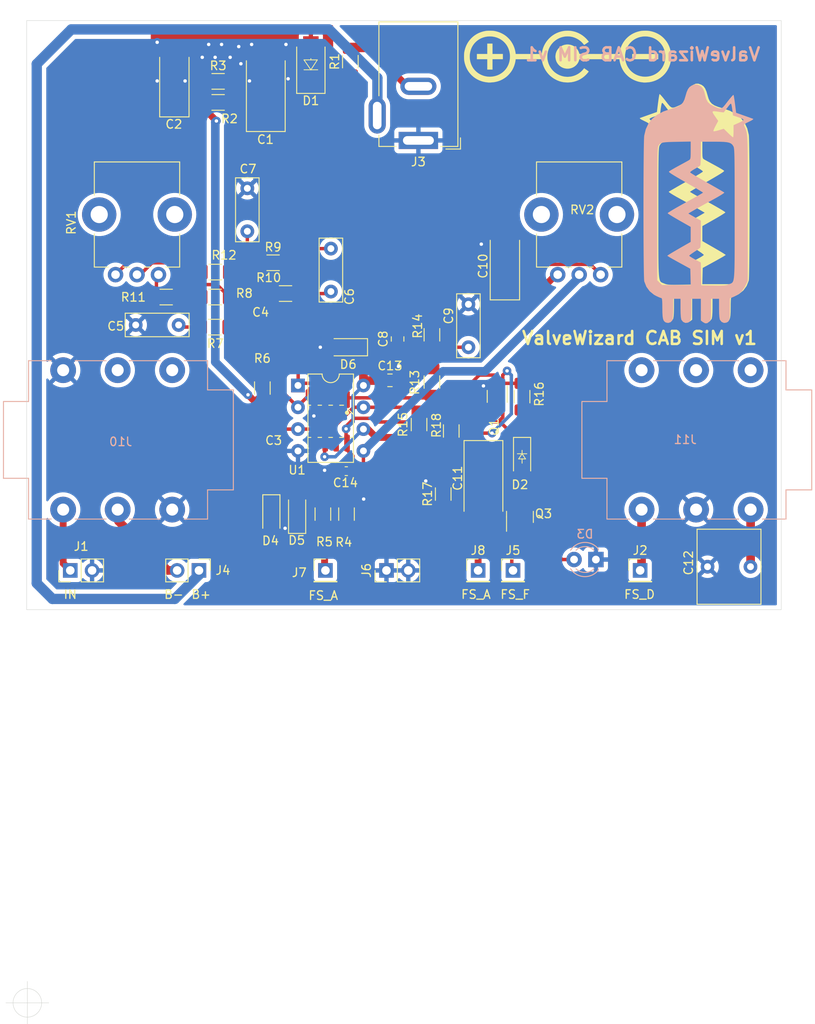
<source format=kicad_pcb>
(kicad_pcb (version 20211014) (generator pcbnew)
  (layers (0 "F.Cu" signal) (31 "B.Cu" signal) (34 "B.Paste" user) (35 "F.Paste" user) (36 "B.SilkS" user "B.Silkscreen") (37 "F.SilkS" user "F.Silkscreen") (38 "B.Mask" user) (39 "F.Mask" user) (44 "Edge.Cuts" user))
  (net 0 "")
  (net 1 "9V")
  (net 2 "4.5V")
  (net 3 "Net-(C3-Pad2)")
  (net 4 "Net-(C3-Pad1)")
  (net 5 "Net-(C4-Pad2)")
  (net 6 "Net-(C4-Pad1)")
  (net 7 "Net-(C5-Pad1)")
  (net 8 "Net-(C6-Pad2)")
  (net 9 "Net-(C7-Pad1)")
  (net 10 "Net-(C8-Pad2)")
  (net 11 "Net-(C9-Pad1)")
  (net 12 "Net-(C10-Pad1)")
  (net 13 "Net-(C11-Pad1)")
  (net 14 "Net-(D3-Pad2)")
  (net 15 "Net-(Q3-Pad3)")
  (net 16 "Net-(C12-Pad1)")
  (net 17 "GND")
  (net 18 "VIN")
  (net 19 "FS_E")
  (net 20 "FS_F")
  (net 21 "IN_T")
  (net 22 "BAT-")
  (net 23 "BAT+")
  (net 24 "Net-(Q1-Pad1)")
  (net 25 "Net-(Q1-Pad2)")
  (net 26 "Net-(R11-Pad1)")
  (net 27 "Net-(R12-Pad2)")
  (net 28 "Net-(RV2-Pad2)")
  (net 29 "FS_CD")
  (net 35 "FS_A")
  (footprint "Resistor_SMD:R_1206_3216Metric_Pad1.30x1.75mm_HandSolder" (layer "F.Cu") (at 80.414 87.092 90)
    (fp_text reference "R17")
    (fp_text value "10K")
  )
  (footprint "Resistor_SMD:R_1206_3216Metric_Pad1.30x1.75mm_HandSolder" (layer "F.Cu") (at 69.15 89.425 90)
    (fp_text reference "R4")
    (fp_text value "1M")
  )
  (footprint "Resistor_SMD:R_1206_3216Metric_Pad1.30x1.75mm_HandSolder" (layer "F.Cu") (at 62.05 63.75 180)
    (fp_text reference "R10")
    (fp_text value "10K")
  )
  (footprint "Capacitor_THT:C_Rect_L7.2mm_W2.5mm_P5.00mm_FKS2_FKP2_MKS2_MKP2" (layer "F.Cu") (at 67.333 58.517 -90)
    (fp_text reference "C6")
    (fp_text value "22n")
  )
  (footprint "Capacitor_SMD:C_0603_1608Metric" (layer "F.Cu") (at 69.125 84.425 180)
    (fp_text reference "C14")
    (fp_text value "100n")
  )
  (footprint "MyLibraries:ValveWizard" (layer "F.Cu") (at 110.005 53.31 90)
    (fp_text reference "REF**" hide)
    (fp_text value "ValveWizard" hide)
  )
  (footprint "Package_TO_SOT_SMD:SOT-363_SC-70-6_Handsoldering" (layer "F.Cu") (at 86.7 75.72 -90)
    (fp_text reference "Q1")
    (fp_text value "MMDT3946")
  )
  (footprint "Capacitor_Tantalum_SMD:CP_EIA-7343-43_Kemet-X_Pad2.25x2.55mm_HandSolder" (layer "F.Cu") (at 85.1 85.45 -90)
    (fp_text reference "C11")
    (fp_text value "470u")
  )
  (footprint "Resistor_SMD:R_1206_3216Metric_Pad1.30x1.75mm_HandSolder" (layer "F.Cu") (at 54.2 41.5 180)
    (fp_text reference "R2")
    (fp_text value "100K")
  )
  (footprint "Resistor_SMD:R_1206_3216Metric_Pad1.30x1.75mm_HandSolder" (layer "F.Cu") (at 69.6 36.75 90)
    (fp_text reference "R1")
    (fp_text value "10R")
  )
  (footprint "Connector_PinHeader_2.54mm:PinHeader_1x01_P2.54mm_Vertical" (layer "F.Cu") (at 66.698 95.982)
    (fp_text reference "J7")
    (fp_text value "FS")
  )
  (footprint "Diode_SMD:D_SOD-123" (layer "F.Cu") (at 63.4 89.425 90)
    (fp_text reference "D5")
    (fp_text value "1n4148")
  )
  (footprint "Capacitor_THT:C_Rect_L7.2mm_W2.5mm_P5.00mm_FKS2_FKP2_MKS2_MKP2" (layer "F.Cu") (at 83.35 70 90)
    (fp_text reference "C9")
    (fp_text value "330n")
  )
  (footprint "Resistor_SMD:R_1206_3216Metric_Pad1.30x1.75mm_HandSolder" (layer "F.Cu") (at 66.4 89.425 -90)
    (fp_text reference "R5")
    (fp_text value "1K")
  )
  (footprint "Resistor_SMD:R_1206_3216Metric_Pad1.30x1.75mm_HandSolder" (layer "F.Cu") (at 53.871 61.25 180)
    (fp_text reference "R12")
    (fp_text value "47K")
  )
  (footprint "Connector_PinHeader_2.54mm:PinHeader_1x01_P2.54mm_Vertical" (layer "F.Cu") (at 84.478 95.982)
    (fp_text reference "J8")
    (fp_text value "FS_E")
  )
  (footprint "Resistor_SMD:R_1206_3216Metric_Pad1.30x1.75mm_HandSolder" (layer "F.Cu") (at 79.1 68.55 -90)
    (fp_text reference "R14")
    (fp_text value "33K")
  )
  (footprint "Capacitor_Tantalum_SMD:CP_EIA-6032-28_Kemet-C_Pad2.25x2.35mm_HandSolder" (layer "F.Cu") (at 49.1 39.25 90)
    (fp_text reference "C2")
    (fp_text value "47u")
  )
  (footprint "Potentiometer_THT:Potentiometer_Bourns_PTV09A-1_Single_Vertical" (layer "F.Cu") (at 98.75 61.55 90)
    (fp_text reference "RV2")
    (fp_text value "100KA")
  )
  (footprint "Resistor_SMD:R_1206_3216Metric_Pad1.30x1.75mm_HandSolder" (layer "F.Cu") (at 59.35 74.75 -90)
    (fp_text reference "R6")
    (fp_text value "1M")
  )
  (footprint "Diode_SMD:D_SOD-123" (layer "F.Cu") (at 89.6 82.75 -90)
    (fp_text reference "D2")
    (fp_text value "1n4148")
  )
  (footprint "Capacitor_SMD:C_0805_2012Metric_Pad1.18x1.45mm_HandSolder" (layer "F.Cu") (at 75.1 69.0375 90)
    (fp_text reference "C8")
    (fp_text value "220p")
  )
  (footprint "Resistor_SMD:R_1206_3216Metric_Pad1.30x1.75mm_HandSolder" (layer "F.Cu") (at 53.8 67.6575)
    (fp_text reference "R7")
    (fp_text value "10K")
  )
  (footprint "Resistor_SMD:R_1206_3216Metric_Pad1.30x1.75mm_HandSolder" (layer "F.Cu") (at 81.35 79.75 -90)
    (fp_text reference "R18")
    (fp_text value "4K7")
  )
  (footprint "Resistor_SMD:R_1206_3216Metric_Pad1.30x1.75mm_HandSolder" (layer "F.Cu") (at 54.2 39.05)
    (fp_text reference "R3")
    (fp_text value "100K")
  )
  (footprint "Diode_SMD:D_SOD-123" (layer "F.Cu") (at 69.35 70 180)
    (fp_text reference "D6")
    (fp_text value "BZT52Bxx")
  )
  (footprint "Package_TO_SOT_SMD:SOT-23" (layer "F.Cu") (at 89.35 89.75 90)
    (fp_text reference "Q3")
    (fp_text value "MMBF170")
  )
  (footprint "Capacitor_SMD:C_0201_0603Metric_Pad0.64x0.40mm_HandSolder" (layer "F.Cu") (at 57.85 65.75 90)
    (fp_text reference "C4")
    (fp_text value "1n")
  )
  (footprint "MyLibraries:SOIC_DIP-8" (layer "F.Cu") (at 63.5 74.45)
    (fp_text reference "U1")
    (fp_text value "TL072")
  )
  (footprint "Connector_PinHeader_2.54mm:PinHeader_1x01_P2.54mm_Vertical" (layer "F.Cu") (at 88.542 95.982)
    (fp_text reference "J5")
    (fp_text value "FS_F")
  )
  (footprint "Connector_PinHeader_2.54mm:PinHeader_1x02_P2.54mm_Vertical" (layer "F.Cu") (at 73.805 95.982 90)
    (fp_text reference "J6")
    (fp_text value "GND")
  )
  (footprint "Symbol:Polarity_Center_Negative_6mm_SilkScreen" (layer "F.Cu") (at 94.892 36.165)
    (fp_text reference "REF**" hide)
    (fp_text value "Polarity_Center_Negative_6mm_SilkScreen" hide)
  )
  (footprint "Resistor_SMD:R_1206_3216Metric_Pad1.30x1.75mm_HandSolder" (layer "F.Cu") (at 60.602 60.168)
    (fp_text reference "R9")
    (fp_text value "180K")
  )
  (footprint "Connector_PinHeader_2.54mm:PinHeader_1x01_P2.54mm_Vertical" (layer "F.Cu") (at 103.35 95.982)
    (fp_text reference "J2")
    (fp_text value "FS")
  )
  (footprint "Capacitor_Tantalum_SMD:CP_EIA-7343-43_Kemet-X_Pad2.25x2.55mm_HandSolder" (layer "F.Cu") (at 59.75 40.3 90)
    (fp_text reference "C1")
    (fp_text value "470u")
  )
  (footprint "Connector_PinHeader_2.54mm:PinHeader_1x02_P2.54mm_Vertical" (layer "F.Cu") (at 36.98 95.982 90)
    (fp_text reference "J1")
    (fp_text value "IN")
  )
  (footprint "Capacitor_THT:C_Rect_L7.2mm_W8.5mm_P5.00mm_FKP2_FKP2_MKS2_MKP2" (layer "F.Cu") (at 116.2 95.55 180)
    (fp_text reference "C12")
    (fp_text value "1u")
  )
  (footprint "Resistor_SMD:R_1206_3216Metric_Pad1.30x1.75mm_HandSolder" (layer "F.Cu") (at 53.85 64.1575 180)
    (fp_text reference "R8")
    (fp_text value "22K")
  )
  (footprint "Capacitor_Tantalum_SMD:CP_EIA-6032-28_Kemet-C_Pad2.25x2.35mm_HandSolder" (layer "F.Cu") (at 87.6 60.55 90)
    (fp_text reference "C10")
    (fp_text value "47u")
  )
  (footprint "Resistor_SMD:R_1206_3216Metric_Pad1.30x1.75mm_HandSolder" (layer "F.Cu") (at 48.15 64.1575)
    (fp_text reference "R11")
    (fp_text value "1K")
  )
  (footprint "Resistor_SMD:R_1206_3216Metric_Pad1.30x1.75mm_HandSolder" (layer "F.Cu") (at 89.6 75.75 90)
    (fp_text reference "R16")
    (fp_text value "10R")
  )
  (footprint "Capacitor_SMD:C_0201_0603Metric_Pad0.64x0.40mm_HandSolder" (layer "F.Cu") (at 60.6675 79.5)
    (fp_text reference "C3")
    (fp_text value "2n2")
  )
  (footprint "Resistor_SMD:R_1206_3216Metric_Pad1.30x1.75mm_HandSolder" (layer "F.Cu") (at 79.1 74.05 -90)
    (fp_text reference "R13")
    (fp_text value "330R")
  )
  (footprint "Capacitor_SMD:C_0805_2012Metric_Pad1.18x1.45mm_HandSolder" (layer "F.Cu") (at 74.2125 73.85)
    (fp_text reference "C13")
    (fp_text value "100n")
  )
  (footprint "Resistor_SMD:R_1206_3216Metric_Pad1.30x1.75mm_HandSolder" (layer "F.Cu") (at 77.6 79 90)
    (fp_text reference "R15")
    (fp_text value "220R")
  )
  (footprint "Capacitor_THT:C_Rect_L7.2mm_W2.5mm_P5.00mm_FKS2_FKP2_MKS2_MKP2" (layer "F.Cu") (at 57.6 56.5 90)
    (fp_text reference "C7")
    (fp_text value "470n")
  )
  (footprint "Connector_BarrelJack:BarrelJack_GCT_DCJ200-10-A_Horizontal" (layer "F.Cu") (at 77.525 45.925 180)
    (fp_text reference "J3")
    (fp_text value "Power")
  )
  (footprint "Connector_PinHeader_2.54mm:PinHeader_1x02_P2.54mm_Vertical" (layer "F.Cu") (at 51.966 95.982 -90)
    (fp_text reference "J4")
    (fp_text value "Battery")
  )
  (footprint "Diode_SMD:D_SOD-123" (layer "F.Cu") (at 60.4 89.425 -90)
    (fp_text reference "D4")
    (fp_text value "1n4148")
  )
  (footprint "Capacitor_THT:C_Rect_L7.2mm_W2.5mm_P5.00mm_FKS2_FKP2_MKS2_MKP2" (layer "F.Cu") (at 49.6 67.4075 180)
    (fp_text reference "C5")
    (fp_text value "22n")
  )
  (footprint "Diode_SMD:D_SMA" (layer "F.Cu") (at 65 37.05 90)
    (fp_text reference "D1")
    (fp_text value "1n4001")
  )
  (footprint "Potentiometer_THT:Potentiometer_Bourns_PTV09A-1_Single_Vertical" (layer "F.Cu") (at 47.25 61.55 90)
    (fp_text reference "RV1")
    (fp_text value "100KB")
  )
  (footprint "MyLibraries:ValveWizard" (layer "B.Cu") (at 109.826068 53.403573 90)
    (fp_text reference "REF**" hide)
    (fp_text value "ValveWizard" hide)
  )
  (footprint "LED_THT:LED_D3.0mm_FlatTop" (layer "B.Cu") (at 98.194 94.712 180)
    (fp_text reference "D3")
    (fp_text value "LED")
  )
  (footprint "Connector_Audio:Jack_6.35mm_Neutrik_NMJ6HCD2_Horizontal" (layer "B.Cu") (at 36.15 88.9)
    (fp_text reference "J10")
    (fp_text value "IN")
  )
  (footprint "Connector_Audio:Jack_6.35mm_Neutrik_NMJ6HCD2_Horizontal" (layer "B.Cu") (at 103.515 88.9)
    (fp_text reference "J11")
    (fp_text value "IN")
  )
  (gr_rect (start 31.9 31.974) (end 119.784 100.554) (layer "Edge.Cuts") (width 0.05) (fill none))
  (gr_text "ValveWizard CAB SIM v1" (at 103.655 35.911) (layer "B.SilkS") (effects (font (size 1.5 1.5) (thickness 0.3)) (justify mirror)))
  (gr_text "IN\n" (at 36.98 98.776) (layer "F.SilkS") (effects (font (size 1 1))))
  (gr_text "FS_D\n" (at 103.274 98.776) (layer "F.SilkS") (effects (font (size 1 1))))
  (gr_text "FS_F" (at 88.796 98.776) (layer "F.SilkS") (effects (font (size 1 1))))
  (gr_text "ValveWizard CAB SIM v1" (at 103.274 68.931) (layer "F.SilkS") (effects (font (size 1.5 1.5) (thickness 0.3))))
  (gr_text "FS_A" (at 84.224 98.776) (layer "F.SilkS") (effects (font (size 1 1))))
  (gr_text "B-" (at 49.045 98.776) (layer "F.SilkS") (effects (font (size 1 1))))
  (gr_text "B+" (at 52.22 98.776) (layer "F.SilkS") (effects (font (size 1 1))))
  (gr_text "FS_A" (at 66.444 98.903) (layer "F.SilkS") (effects (font (size 1 1))))
  (target plus (at 31.98 146.32) (size 5) (width 0.05) (layer "Edge.Cuts"))
  (segment (start 64.8 39.3) (end 65.1 39) (width 1) (layer "F.Cu") (net 1))
  (segment (start 71.12 74.45) (end 71.12 49.82) (width 1) (layer "F.Cu") (net 1))
  (segment (start 64.8 43.5) (end 64.8 39.3) (width 1) (layer "F.Cu") (net 1))
  (segment (start 69.1 81.85) (end 69.1 79.5) (width 0.4) (layer "F.Cu") (net 1))
  (segment (start 69.9 84.45) (end 69.9 82.65) (width 0.4) (layer "F.Cu") (net 1))
  (segment (start 72.05 78.275) (end 72.474022 78.699022) (width 0.4) (layer "F.Cu") (net 1))
  (segment (start 71.12 74.288) (end 71.524 73.884) (width 1) (layer "F.Cu") (net 1))
  (segment (start 72.474022 78.699022) (end 81.150978 78.699022) (width 0.4) (layer "F.Cu") (net 1))
  (segment (start 81.35 78.5) (end 81.150978 78.699022) (width 0.4) (layer "F.Cu") (net 1))
  (segment (start 86.924511 78.574511) (end 87.35 78.149022) (width 0.4) (layer "F.Cu") (net 1))
  (segment (start 81.35 78.2) (end 81.35 78.5) (width 0.4) (layer "F.Cu") (net 1))
  (segment (start 71.12 49.82) (end 64.8 43.5) (width 1) (layer "F.Cu") (net 1))
  (segment (start 70.025 78.275) (end 72.05 78.275) (width 0.4) (layer "F.Cu") (net 1))
  (segment (start 57.35 43.55) (end 59.85 43.55) (width 0.8) (layer "F.Cu") (net 1))
  (segment (start 71.524 73.884) (end 73.175 73.884) (width 1) (layer "F.Cu") (net 1))
  (segment (start 89.6 81.1) (end 89.45 81.1) (width 0.4) (layer "F.Cu") (net 1))
  (segment (start 69.1 79.2) (end 70.025 78.275) (width 0.4) (layer "F.Cu") (net 1))
  (segment (start 81.150978 78.699022) (end 86.8 78.699022) (width 0.4) (layer "F.Cu") (net 1))
  (segment (start 65 39.05) (end 68.8 39.05) (width 0.8) (layer "F.Cu") (net 1))
  (segment (start 87.35 78.149022) (end 87.35 77.25) (width 0.4) (layer "F.Cu") (net 1))
  (segment (start 69.1 79.5) (end 69.1 79.2) (width 0.4) (layer "F.Cu") (net 1))
  (segment (start 89.45 81.1) (end 86.924511 78.574511) (width 0.4) (layer "F.Cu") (net 1))
  (segment (start 71.12 74.45) (end 71.12 74.288) (width 1) (layer "F.Cu") (net 1))
  (segment (start 68.8 39.05) (end 69.6 38.25) (width 0.8) (layer "F.Cu") (net 1))
  (segment (start 55.75 41.5) (end 55.75 41.95) (width 0.8) (layer "F.Cu") (net 1))
  (segment (start 86.8 78.699022) (end 86.924511 78.574511) (width 0.4) (layer "F.Cu") (net 1))
  (segment (start 59.75 43.5) (end 64.8 43.5) (width 1) (layer "F.Cu") (net 1))
  (segment (start 69.9 82.65) (end 69.1 81.85) (width 0.4) (layer "F.Cu") (net 1))
  (segment (start 55.75 41.95) (end 57.35 43.55) (width 0.8) (layer "F.Cu") (net 1))
  (via (at 69.1 79.5) (size 1) (drill 0.4) (layers "F.Cu" "B.Cu") (net 1))
  (segment (start 69.920489 75.649511) (end 69.920489 78.679511) (width 0.4) (layer "B.Cu") (net 1))
  (segment (start 71.12 74.45) (end 69.920489 75.649511) (width 0.4) (layer "B.Cu") (net 1))
  (segment (start 69.920489 78.679511) (end 69.1 79.5) (width 0.4) (layer "B.Cu") (net 1))
  (segment (start 52.65 41.5) (end 49.4 41.5) (width 0.8) (layer "F.Cu") (net 2))
  (segment (start 52.65 41.5) (end 52.65 42.31) (width 0.8) (layer "F.Cu") (net 2))
  (segment (start 58.57 76.424) (end 57.681 75.535) (width 0.8) (layer "F.Cu") (net 2))
  (segment (start 52.65 39.1) (end 52.6 39.05) (width 0.8) (layer "F.Cu") (net 2))
  (segment (start 52.65 42.31) (end 53.998 43.658) (width 0.8) (layer "F.Cu") (net 2))
  (segment (start 59.205 76.424) (end 58.57 76.424) (width 0.8) (layer "F.Cu") (net 2))
  (segment (start 49.4 41.5) (end 48.85 42.05) (width 0.8) (layer "F.Cu") (net 2))
  (segment (start 52.65 41.5) (end 52.65 39.1) (width 0.8) (layer "F.Cu") (net 2))
  (via (at 57.681 75.535) (size 1) (drill 0.4) (layers "F.Cu" "B.Cu") (net 2))
  (via (at 53.998 43.658) (size 1) (drill 0.4) (layers "F.Cu" "B.Cu") (net 2))
  (segment (start 53.871 71.725) (end 53.871 43.785) (width 1) (layer "B.Cu") (net 2))
  (segment (start 53.871 43.785) (end 53.998 43.658) (width 1) (layer "B.Cu") (net 2))
  (segment (start 57.681 75.535) (end 53.871 71.725) (width 1) (layer "B.Cu") (net 2))
  (segment (start 61.13 79.53) (end 61.1 79.5) (width 0.4) (layer "F.Cu") (net 3))
  (segment (start 66.6 78.022088) (end 66.6 76) (width 0.4) (layer "F.Cu") (net 3))
  (segment (start 63.5 79.53) (end 61.13 79.53) (width 0.4) (layer "F.Cu") (net 3))
  (segment (start 65.092088 79.53) (end 66.6 78.022088) (width 0.4) (layer "F.Cu") (net 3))
  (segment (start 61.1 74.95) (end 61.1 79.5) (width 0.4) (layer "F.Cu") (net 3))
  (segment (start 63.5 79.53) (end 65.092088 79.53) (width 0.4) (layer "F.Cu") (net 3))
  (segment (start 59.35 73.2) (end 61.1 74.95) (width 0.4) (layer "F.Cu") (net 3))
  (segment (start 60.6 87.875) (end 60.4 87.675) (width 0.4) (layer "F.Cu") (net 4))
  (segment (start 60.4 87.8) (end 60.1 87.5) (width 0.4) (layer "F.Cu") (net 4))
  (segment (start 66.4 87.875) (end 60.6 87.875) (width 0.4) (layer "F.Cu") (net 4))
  (segment (start 60.1 79.75) (end 60.35 79.5) (width 0.4) (layer "F.Cu") (net 4))
  (segment (start 60.1 87.5) (end 60.1 79.75) (width 0.4) (layer "F.Cu") (net 4))
  (segment (start 63.803 58.517) (end 67.333 58.517) (width 0.4) (layer "F.Cu") (net 5))
  (segment (start 62.152 60.067) (end 62.126 60.041) (width 0.4) (layer "F.Cu") (net 5))
  (segment (start 56.7175 64.1575) (end 57.808 65.248) (width 0.4) (layer "F.Cu") (net 5))
  (segment (start 46.505 60.168) (end 48.768 60.168) (width 0.4) (layer "F.Cu") (net 5))
  (segment (start 61.1425 65.3425) (end 62.126 64.359) (width 0.4) (layer "F.Cu") (net 5))
  (segment (start 48.768 60.168) (end 51.308 62.708) (width 0.4) (layer "F.Cu") (net 5))
  (segment (start 54.058 62.708) (end 55.6 64.25) (width 0.4) (layer "F.Cu") (net 5))
  (segment (start 57.85 65.3425) (end 61.1425 65.3425) (width 0.4) (layer "F.Cu") (net 5))
  (segment (start 44.75 61.55) (end 45.123 61.55) (width 0.4) (layer "F.Cu") (net 5))
  (segment (start 45.123 61.55) (end 46.505 60.168) (width 0.4) (layer "F.Cu") (net 5))
  (segment (start 62.152 60.168) (end 63.803 58.517) (width 0.4) (layer "F.Cu") (net 5))
  (segment (start 62.126 64.359) (end 62.126 60.041) (width 0.4) (layer "F.Cu") (net 5))
  (segment (start 51.308 62.708) (end 54.058 62.708) (width 0.4) (layer "F.Cu") (net 5))
  (segment (start 62.152 60.168) (end 62.152 60.067) (width 0.4) (layer "F.Cu") (net 5))
  (segment (start 55.4 64.1575) (end 56.7175 64.1575) (width 0.4) (layer "F.Cu") (net 5))
  (segment (start 56.4425 67.6575) (end 57.225 66.875) (width 0.4) (layer "F.Cu") (net 6))
  (segment (start 55.35 67.6575) (end 56.4425 67.6575) (width 0.4) (layer "F.Cu") (net 6))
  (segment (start 61.77452 71.42452) (end 57.225 66.875) (width 0.4) (layer "F.Cu") (net 6))
  (segment (start 67.940693 76.080693) (end 67.940693 75.709799) (width 0.4) (layer "F.Cu") (net 6))
  (segment (start 65.005397 74.693673) (end 64.599511 75.099559) (width 0.4) (layer "F.Cu") (net 6))
  (segment (start 64.599511 75.099559) (end 64.599511 75.750489) (width 0.4) (layer "F.Cu") (net 6))
  (segment (start 64.599511 75.750489) (end 63.35 77) (width 0.4) (layer "F.Cu") (net 6))
  (segment (start 63.5 76.99) (end 61.77452 75.26452) (width 0.4) (layer "F.Cu") (net 6))
  (segment (start 61.77452 75.26452) (end 61.77452 71.42452) (width 0.4) (layer "F.Cu") (net 6))
  (segment (start 57.225 66.875) (end 57.85 66.25) (width 0.4) (layer "F.Cu") (net 6))
  (segment (start 67.940693 75.709799) (end 66.924567 74.693673) (width 0.4) (layer "F.Cu") (net 6))
  (segment (start 66.924567 74.693673) (end 65.005397 74.693673) (width 0.4) (layer "F.Cu") (net 6))
  (segment (start 49.875 67.65) (end 49.6 67.375) (width 0.4) (layer "F.Cu") (net 7))
  (segment (start 49.8575 64) (end 52.35 64) (width 0.4) (layer "F.Cu") (net 7))
  (segment (start 52.3 64.1575) (end 52.3 67.7) (width 0.4) (layer "F.Cu") (net 7))
  (segment (start 52.2 67.65) (end 49.875 67.65) (width 0.4) (layer "F.Cu") (net 7))
  (segment (start 49.7 64.1575) (end 49.8575 64) (width 0.4) (layer "F.Cu") (net 7))
  (segment (start 63.5 74.45) (end 63.523 74.427) (width 0.4) (layer "F.Cu") (net 8))
  (segment (start 69.210693 76.080693) (end 69.400897 75.890489) (width 0.4) (layer "F.Cu") (net 8))
  (segment (start 75.1 70.302138) (end 74.26298 71.139158) (width 0.4) (layer "F.Cu") (net 8))
  (segment (start 74.209511 75.890489) (end 78.709511 75.890489) (width 0.4) (layer "F.Cu") (net 8))
  (segment (start 67.695056 74.194162) (end 63.655838 74.194162) (width 0.4) (layer "F.Cu") (net 8))
  (segment (start 63.523 74.427) (end 63.523 63.724) (width 0.4) (layer "F.Cu") (net 8))
  (segment (start 74.26298 71.139158) (end 74.26298 75.83702) (width 0.4) (layer "F.Cu") (net 8))
  (segment (start 75.1 70.075) (end 75.1 70.302138) (width 0.4) (layer "F.Cu") (net 8))
  (segment (start 74.26298 75.83702) (end 74.209511 75.890489) (width 0.4) (layer "F.Cu") (net 8))
  (segment (start 67.053 63.75) (end 67.333 63.47) (width 0.4) (layer "F.Cu") (net 8))
  (segment (start 63.6 63.75) (end 67.053 63.75) (width 0.4) (layer "F.Cu") (net 8))
  (segment (start 69.210693 76.080693) (end 69.210693 75.709799) (width 0.4) (layer "F.Cu") (net 8))
  (segment (start 78.709511 75.890489) (end 79.1 75.5) (width 0.4) (layer "F.Cu") (net 8))
  (segment (start 69.210693 75.709799) (end 67.695056 74.194162) (width 0.4) (layer "F.Cu") (net 8))
  (segment (start 69.400897 75.890489) (end 74.209511 75.890489) (width 0.4) (layer "F.Cu") (net 8))
  (segment (start 63.655838 74.194162) (end 63.35 74.5) (width 0.4) (layer "F.Cu") (net 8))
  (segment (start 59.052 60.65) (end 60.602 62.2) (width 0.4) (layer "F.Cu") (net 9))
  (segment (start 55.421 61.25) (end 55.921 60.75) (width 0.4) (layer "F.Cu") (net 9))
  (segment (start 55.921 60.75) (end 57.48 60.75) (width 0.4) (layer "F.Cu") (net 9))
  (segment (start 59.052 60.168) (end 59.052 60.65) (width 0.4) (layer "F.Cu") (net 9))
  (segment (start 59.052 60.321) (end 58.623 60.75) (width 0.4) (layer "F.Cu") (net 9))
  (segment (start 57.6 56.5) (end 57.6 60.63) (width 0.4) (layer "F.Cu") (net 9))
  (segment (start 58.623 60.75) (end 57.48 60.75) (width 0.4) (layer "F.Cu") (net 9))
  (segment (start 57.6 60.63) (end 57.48 60.75) (width 0.4) (layer "F.Cu") (net 9))
  (segment (start 60.602 62.2) (end 60.602 63.851) (width 0.4) (layer "F.Cu") (net 9))
  (segment (start 59.052 60.168) (end 59.052 60.321) (width 0.4) (layer "F.Cu") (net 9))
  (segment (start 85.749511 60.350489) (end 79.1 67) (width 0.4) (layer "F.Cu") (net 10))
  (segment (start 79.1 67) (end 78.1 68) (width 0.4) (layer "F.Cu") (net 10))
  (segment (start 98.75 61.55) (end 97.550489 60.350489) (width 0.4) (layer "F.Cu") (net 10))
  (segment (start 78.1 68) (end 75.1 68) (width 0.4) (layer "F.Cu") (net 10))
  (segment (start 97.550489 60.350489) (end 85.749511 60.350489) (width 0.4) (layer "F.Cu") (net 10))
  (segment (start 79.1 70) (end 83.35 70) (width 0.4) (layer "F.Cu") (net 11))
  (segment (start 79.1 72.5) (end 79.1 70) (width 0.4) (layer "F.Cu") (net 11))
  (segment (start 87.6 63.1) (end 92 63.1) (width 0.8) (layer "F.Cu") (net 12))
  (segment (start 92 63.1) (end 93.6 61.5) (width 0.8) (layer "F.Cu") (net 12))
  (segment (start 90.599511 81.949511) (end 90.049022 82.5) (width 0.4) (layer "F.Cu") (net 13))
  (segment (start 90.049022 82.5) (end 84.85 82.5) (width 0.4) (layer "F.Cu") (net 13))
  (segment (start 90.599511 78.249511) (end 90.599511 81.949511) (width 0.4) (layer "F.Cu") (net 13))
  (segment (start 89.6 77.25) (end 90.599511 78.249511) (width 0.4) (layer "F.Cu") (net 13))
  (segment (start 90.35 90.79) (end 90.35 90.75) (width 0.4) (layer "F.Cu") (net 14))
  (segment (start 95.654 94.712) (end 94.272 94.712) (width 0.4) (layer "F.Cu") (net 14))
  (segment (start 94.272 94.712) (end 90.35 90.79) (width 0.4) (layer "F.Cu") (net 14))
  (segment (start 89.35 88.8125) (end 88.985362 88.8125) (width 0.4) (layer "F.Cu") (net 15))
  (segment (start 88.985362 88.8125) (end 81.422862 81.25) (width 0.4) (layer "F.Cu") (net 15))
  (segment (start 81.422862 81.25) (end 81.35 81.25) (width 0.4) (layer "F.Cu") (net 15))
  (segment (start 116.215 95.365) (end 116.35 95.5) (width 1) (layer "F.Cu") (net 16))
  (segment (start 116.215 88.9) (end 116.215 95.365) (width 1) (layer "F.Cu") (net 16))
  (segment (start 66.675 84.4) (end 66.6 84.325) (width 0.4) (layer "F.Cu") (net 17))
  (segment (start 67.7 70) (end 66.1 70) (width 0.8) (layer "F.Cu") (net 17))
  (segment (start 69.15 87.875) (end 70.95 87.875) (width 0.4) (layer "F.Cu") (net 17))
  (segment (start 87.6 58) (end 84.85 58) (width 1) (layer "F.Cu") (net 17))
  (segment (start 70.95 87.875) (end 71.15 87.675) (width 0.4) (layer "F.Cu") (net 17))
  (segment (start 60.4 91.075) (end 62 91.075) (width 0.8) (layer "F.Cu") (net 17))
  (segment (start 63.3 91.075) (end 63.4 91.175) (width 0.8) (layer "F.Cu") (net 17))
  (segment (start 85.85 74.5) (end 85.1 74.5) (width 0.4) (layer "F.Cu") (net 17))
  (segment (start 68.375 84.4) (end 66.675 84.4) (width 0.4) (layer "F.Cu") (net 17))
  (segment (start 65.400693 76.080693) (end 65.400693 77.949307) (width 0.8) (layer "F.Cu") (net 17))
  (segment (start 78.408 85.542) (end 78.382 85.568) (width 0.8) (layer "F.Cu") (net 17))
  (segment (start 75.25 73.85) (end 75.25 72.276) (width 0.8) (layer "F.Cu") (net 17))
  (segment (start 80.414 85.542) (end 78.408 85.542) (width 0.8) (layer "F.Cu") (net 17))
  (segment (start 75.25 72.276) (end 75.207 72.233) (width 0.8) (layer "F.Cu") (net 17))
  (segment (start 65.400693 77.949307) (end 65.35 78) (width 0.8) (layer "F.Cu") (net 17))
  (segment (start 62 91.075) (end 63.3 91.075) (width 0.8) (layer "F.Cu") (net 17))
  (via (at 62.1 34.75) (size 1) (drill 0.4) (layers "F.Cu" "B.Cu") (net 17))
  (via (at 47.1 39) (size 1) (drill 0.4) (layers "F.Cu" "B.Cu") (net 17))
  (via (at 75.207 72.233) (size 1) (drill 0.4) (layers "F.Cu" "B.Cu") (net 17))
  (via (at 71.15 87.675) (size 1) (drill 0.4) (layers "F.Cu" "B.Cu") (net 17))
  (via (at 57.85 39) (size 1) (drill 0.4) (layers "F.Cu" "B.Cu") (net 17))
  (via (at 54.6 34.75) (size 1) (drill 0.4) (layers "F.Cu" "B.Cu") (net 17))
  (via (at 53.1 34.75) (size 1) (drill 0.4) (layers "F.Cu" "B.Cu") (net 17))
  (via (at 84.85 58) (size 1) (drill 0.4) (layers "F.Cu" "B.Cu") (net 17))
  (via (at 66.6 84.325) (size 1) (drill 0.4) (layers "F.Cu" "B.Cu") (net 17))
  (via (at 66.1 70) (size 1) (drill 0.4) (layers "F.Cu" "B.Cu") (net 17))
  (via (at 58.1 34.75) (size 1) (drill 0.4) (layers "F.Cu" "B.Cu") (net 17))
  (via (at 78.382 85.568) (size 1) (drill 0.4) (layers "F.Cu" "B.Cu") (net 17))
  (via (at 62.35 38.75) (size 1) (drill 0.4) (layers "F.Cu" "B.Cu") (net 17))
  (via (at 53.85 36.25) (size 1) (drill 0.4) (layers "F.Cu" "B.Cu") (net 17))
  (via (at 50.35 39) (size 1) (drill 0.4) (layers "F.Cu" "B.Cu") (net 17))
  (via (at 62 91.075) (size 1) (drill 0.4) (layers "F.Cu" "B.Cu") (net 17))
  (via (at 56.6 35) (size 1) (drill 0.4) (layers "F.Cu" "B.Cu") (net 17))
  (via (at 55.6 36.25) (size 1) (drill 0.4) (layers "F.Cu" "B.Cu") (net 17))
  (via (at 47.1 34.5) (size 1) (drill 0.4) (layers "F.Cu" "B.Cu") (net 17))
  (via (at 85.1 74.5) (size 1) (drill 0.4) (layers "F.Cu" "B.Cu") (net 17))
  (via (at 52.35 36.25) (size 1) (drill 0.4) (layers "F.Cu" "B.Cu") (net 17))
  (via (at 65.35 78) (size 1) (drill 0.4) (layers "F.Cu" "B.Cu") (net 17))
  (via (at 56.85 37) (size 1) (drill 0.4) (layers "F.Cu" "B.Cu") (net 17))
  (segment (start 77.825 39.55) (end 76.15 39.55) (width 0.8) (layer "F.Cu") (net 18))
  (segment (start 71.85 35.25) (end 69.6 35.25) (width 0.8) (layer "F.Cu") (net 18))
  (segment (start 76.15 39.55) (end 71.85 35.25) (width 0.8) (layer "F.Cu") (net 18))
  (segment (start 84.478 95.982) (end 84.478 89.378) (width 0.8) (layer "F.Cu") (net 19))
  (segment (start 84.478 89.378) (end 83.6 88.5) (width 0.8) (layer "F.Cu") (net 19))
  (segment (start 80.556 88.5) (end 83.6 88.5) (width 0.8) (layer "F.Cu") (net 19))
  (segment (start 80.414 88.642) (end 80.556 88.5) (width 0.8) (layer "F.Cu") (net 19))
  (segment (start 83.6 88.5) (end 85.1 88.5) (width 0.8) (layer "F.Cu") (net 19))
  (segment (start 90.35 85.15) (end 90.35 89.185717) (width 0.4) (layer "F.Cu") (net 20))
  (segment (start 89.6 84.4) (end 90.35 85.15) (width 0.4) (layer "F.Cu") (net 20))
  (segment (start 88.4 95.84) (end 88.542 95.982) (width 0.4) (layer "F.Cu") (net 20))
  (segment (start 88.535717 91) (end 88.35 91) (width 0.4) (layer "F.Cu") (net 20))
  (segment (start 90.35 89.185717) (end 88.535717 91) (width 0.4) (layer "F.Cu") (net 20))
  (segment (start 88.4 90.6875) (end 88.4 95.84) (width 0.4) (layer "F.Cu") (net 20))
  (segment (start 36.15 95.152) (end 36.98 95.982) (width 0.8) (layer "F.Cu") (net 21))
  (segment (start 36.15 88.9) (end 36.15 95.152) (width 0.8) (layer "F.Cu") (net 21))
  (segment (start 49.426 95.982) (end 48.332 95.982) (width 1) (layer "F.Cu") (net 22))
  (segment (start 42.6 90.25) (end 42.6 88.75) (width 1) (layer "F.Cu") (net 22))
  (segment (start 48.332 95.982) (end 42.6 90.25) (width 1) (layer "F.Cu") (net 22))
  (segment (start 33.075 37.025) (end 33.075 97.475) (width 1.2) (layer "B.Cu") (net 23))
  (segment (start 37.1 33) (end 33.075 37.025) (width 1.2) (layer "B.Cu") (net 23))
  (segment (start 34.899511 99.299511) (end 49.156489 99.299511) (width 1.2) (layer "B.Cu") (net 23))
  (segment (start 33.075 97.475) (end 34.899511 99.299511) (width 1.2) (layer "B.Cu") (net 23))
  (segment (start 72.75 38.65) (end 67.1 33) (width 1.2) (layer "B.Cu") (net 23))
  (segment (start 51.966 96.49) (end 51.966 95.982) (width 1.2) (layer "B.Cu") (net 23))
  (segment (start 72.75 43.2) (end 72.75 38.65) (width 1.2) (layer "B.Cu") (net 23))
  (segment (start 67.1 33) (end 37.1 33) (width 1.2) (layer "B.Cu") (net 23))
  (segment (start 49.156489 99.299511) (end 51.966 96.49) (width 1.2) (layer "B.Cu") (net 23))
  (segment (start 72.6 80.5) (end 77.6 80.5) (width 0.8) (layer "F.Cu") (net 24))
  (segment (start 87.35 74.25) (end 87.35 73.75) (width 0.4) (layer "F.Cu") (net 24))
  (segment (start 71.63 79.53) (end 72.6 80.5) (width 0.8) (layer "F.Cu") (net 24))
  (segment (start 77.6 80.55) (end 78.15 80) (width 0.4) (layer "F.Cu") (net 24))
  (segment (start 89.6 74.2) (end 87.4 74.2) (width 0.4) (layer "F.Cu") (net 24))
  (segment (start 87.85 72.75) (end 87.35 73.25) (width 0.4) (layer "F.Cu") (net 24))
  (segment (start 87.4 74.2) (end 87.35 74.25) (width 0.4) (layer "F.Cu") (net 24))
  (segment (start 66.670693 81.155693) (end 66.6 81.226386) (width 0.4) (layer "F.Cu") (net 24))
  (segment (start 87.35 73.25) (end 87.35 73.75) (width 0.4) (layer "F.Cu") (net 24))
  (segment (start 86.889022 75.75) (end 86.1 75.75) (width 0.4) (layer "F.Cu") (net 24))
  (segment (start 66.6 81.226386) (end 66.6 82.75) (width 0.4) (layer "F.Cu") (net 24))
  (segment (start 71.12 79.53) (end 71.63 79.53) (width 0.8) (layer "F.Cu") (net 24))
  (segment (start 87.35 74.5) (end 87.35 75.289022) (width 0.4) (layer "F.Cu") (net 24))
  (segment (start 78.15 80) (end 86.1 80) (width 0.4) (layer "F.Cu") (net 24))
  (segment (start 87.35 75.289022) (end 86.889022 75.75) (width 0.4) (layer "F.Cu") (net 24))
  (segment (start 86.1 75.75) (end 86.1 77.25) (width 0.4) (layer "F.Cu") (net 24))
  (via (at 86.1 80) (size 1) (drill 0.4) (layers "F.Cu" "B.Cu") (net 24))
  (via (at 66.6 82.75) (size 1) (drill 0.4) (layers "F.Cu" "B.Cu") (net 24))
  (via (at 87.85 72.75) (size 1) (drill 0.4) (layers "F.Cu" "B.Cu") (net 24))
  (segment (start 71.1 79.5) (end 67.85 82.75) (width 0.4) (layer "B.Cu") (net 24))
  (segment (start 88.35 77.75) (end 88.35 73.25) (width 0.4) (layer "B.Cu") (net 24))
  (segment (start 67.85 82.75) (end 66.6 82.75) (width 0.4) (layer "B.Cu") (net 24))
  (segment (start 86.1 80) (end 88.35 77.75) (width 0.4) (layer "B.Cu") (net 24))
  (segment (start 88.35 73.25) (end 87.85 72.75) (width 0.4) (layer "B.Cu") (net 24))
  (segment (start 84.699511 78.099511) (end 83.55 76.95) (width 0.4) (layer "F.Cu") (net 25))
  (segment (start 86.7 77.05) (end 86.7 77.949022) (width 0.4) (layer "F.Cu") (net 25))
  (segment (start 71.12 76.99) (end 69.98863 76.99) (width 0.4) (layer "F.Cu") (net 25))
  (segment (start 86.7 73.490978) (end 86.449511 73.240489) (width 0.4) (layer "F.Cu") (net 25))
  (segment (start 83.6 74.25) (end 83.6 77) (width 0.4) (layer "F.Cu") (net 25))
  (segment (start 69.98863 76.99) (end 67.85 79.12863) (width 0.4) (layer "F.Cu") (net 25))
  (segment (start 71.12 76.99) (end 83.61 76.99) (width 0.4) (layer "F.Cu") (net 25))
  (segment (start 67.85 80.75) (end 67.85 81) (width 0.4) (layer "F.Cu") (net 25))
  (segment (start 67.85 79.12863) (end 67.85 80.75) (width 0.4) (layer "F.Cu") (net 25))
  (segment (start 86.7 77.949022) (end 86.549511 78.099511) (width 0.4) (layer "F.Cu") (net 25))
  (segment (start 84.609511 73.240489) (end 83.6 74.25) (width 0.4) (layer "F.Cu") (net 25))
  (segment (start 86.449511 73.240489) (end 84.609511 73.240489) (width 0.4) (layer "F.Cu") (net 25))
  (segment (start 86.549511 78.099511) (end 84.699511 78.099511) (width 0.4) (layer "F.Cu") (net 25))
  (segment (start 86.7 74.39) (end 86.7 73.490978) (width 0.4) (layer "F.Cu") (net 25))
  (segment (start 47.013 61.787) (end 47.013 63.587) (width 0.4) (layer "F.Cu") (net 26))
  (segment (start 47.25 61.55) (end 47.013 61.787) (width 0.4) (layer "F.Cu") (net 26))
  (segment (start 47.013 63.587) (end 46.6 64) (width 0.4) (layer "F.Cu") (net 26))
  (segment (start 44.267 59.533) (end 50.883 59.533) (width 0.4) (layer "F.Cu") (net 27))
  (segment (start 50.883 59.533) (end 52.6 61.25) (width 0.4) (layer "F.Cu") (net 27))
  (segment (start 42.25 61.55) (end 44.267 59.533) (width 0.4) (layer "F.Cu") (net 27))
  (segment (start 71.12 82.07) (end 71.12 84.655) (width 0.4) (layer "F.Cu") (net 28))
  (segment (start 65.35 84.347088) (end 65.35 81.25) (width 0.4) (layer "F.Cu") (net 28))
  (segment (start 70.47548 85.29952) (end 66.302432 85.29952) (width 0.4) (layer "F.Cu") (net 28))
  (segment (start 66.302432 85.29952) (end 65.35 84.347088) (width 0.4) (layer "F.Cu") (net 28))
  (segment (start 71.12 84.655) (end 70.47548 85.29952) (width 0.4) (layer "F.Cu") (net 28))
  (segment (start 71.12 82.07) (end 80.389501 72.800499) (width 1) (layer "B.Cu") (net 28))
  (segment (start 85.299501 72.800499) (end 96.6 61.5) (width 1) (layer "B.Cu") (net 28))
  (segment (start 80.389501 72.800499) (end 85.299501 72.800499) (width 1) (layer "B.Cu") (net 28))
  (segment (start 103.515 88.9) (end 103.515 95.741) (width 1) (layer "F.Cu") (net 29))
  (segment (start 103.515 95.741) (end 103.274 95.982) (width 1) (layer "F.Cu") (net 29))
  (segment (start 66.45 90.95) (end 66.6 91.1) (width 0.8) (layer "F.Cu") (net 35))
  (segment (start 66.6 91.1) (end 66.6 95.884) (width 0.8) (layer "F.Cu") (net 35))
  (segment (start 66.6 95.884) (end 66.698 95.982) (width 0.8) (layer "F.Cu") (net 35))
  (segment (start 66.6 90.975) (end 66.4 91.175) (width 0.4) (layer "F.Cu") (net 35))
  (segment (start 69.15 90.975) (end 66.6 90.975) (width 0.4) (layer "F.Cu") (net 35))
  (zone (net 17) (net_name "GND") (layer "F.Cu") (connect_pads (clearance 0.508)) (min_thickness 0.254) (fill yes (thermal_gap 0.508) (thermal_bridge_width 0.508))
    (polygon (pts (xy 67.6 39.75) (xy 46.35 39.75) (xy 46.35 32.5) (xy 67.6 32.5)))
  )
  (zone (net 17) (net_name "GND") (layer "B.Cu") (connect_pads (clearance 0.508)) (min_thickness 0.254) (fill yes (thermal_gap 0.508) (thermal_bridge_width 0.508))
    (polygon (pts (xy 119.6 100.25) (xy 32.6 100.25) (xy 32.6 32.5) (xy 119.6 32.5)))
  )
)
</source>
